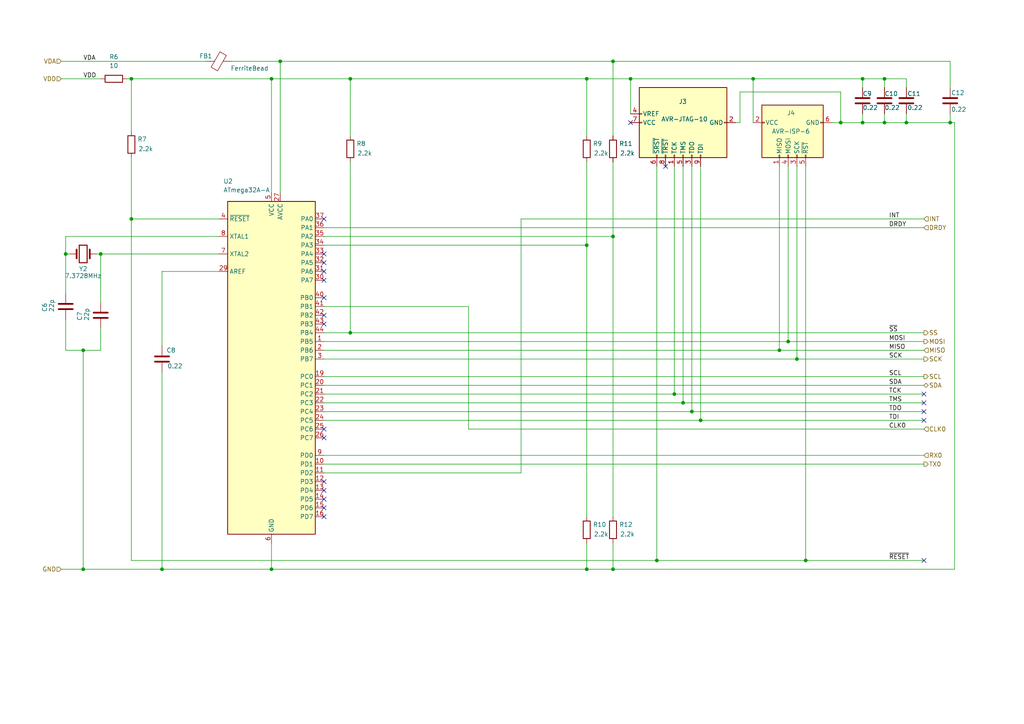
<source format=kicad_sch>
(kicad_sch (version 20250114) (generator "eeschema") (generator_version "9.0")
  (paper "A4")
  (lib_symbols
    (symbol "Connector:AVR-ISP-6" (pin_names (offset 1.016))
      (property "Reference" "J" (at -6.35 11.43 0))
      (property "Value" "AVR-ISP-6" (at 0 11.43 0))
      (symbol "AVR-ISP-6_0_1"
        (rectangle (start -2.667 10.16) (end -2.413 9.398))
        (rectangle (start -2.667 -6.858) (end -2.413 -7.62))
        (rectangle (start 7.62 10.16) (end -7.62 -7.62) (stroke (width 0.254)) (fill (type background)))
        (rectangle (start 7.62 5.207) (end 6.858 4.953))
        (rectangle (start 7.62 2.667) (end 6.858 2.413))
        (rectangle (start 7.62 0.127) (end 6.858 -0.127))
        (rectangle (start 7.62 -2.413) (end 6.858 -2.667))
      )
      (symbol "AVR-ISP-6_1_1"
        (pin passive line (at -2.54 12.7 270) (length 2.54) (name "VCC") (number "2"))
        (pin passive line (at -2.54 -10.16 90) (length 2.54) (name "GND") (number "6"))
        (pin passive line (at 10.16 5.08 180) (length 2.54) (name "MISO") (number "1"))
        (pin passive line (at 10.16 2.54 180) (length 2.54) (name "MOSI") (number "4"))
        (pin passive line (at 10.16 0 180) (length 2.54) (name "SCK") (number "3"))
        (pin passive line (at 10.16 -2.54 180) (length 2.54) (name "~{RST}") (number "5"))
      )
    )
    (symbol "Connector:AVR-JTAG-10" (pin_names (offset 1.016))
      (property "Reference" "J" (at -8.89 13.97 0))
      (property "Value" "AVR-JTAG-10" (at 1.27 13.97 0))
      (symbol "AVR-JTAG-10_0_1"
        (rectangle (start -2.667 12.7) (end -2.413 11.938))
        (rectangle (start -0.127 12.7) (end 0.127 11.938))
        (rectangle (start -0.127 -11.938) (end 0.127 -12.7))
        (rectangle (start 10.16 12.7) (end -10.16 -12.7) (stroke (width 0.254)) (fill (type background)))
        (rectangle (start 10.16 7.747) (end 9.398 7.493))
        (rectangle (start 10.16 5.207) (end 9.398 4.953))
        (rectangle (start 10.16 2.667) (end 9.398 2.413))
        (rectangle (start 10.16 0.127) (end 9.398 -0.127))
        (rectangle (start 10.16 -2.413) (end 9.398 -2.667))
        (rectangle (start 10.16 -4.953) (end 9.398 -5.207))
      )
      (symbol "AVR-JTAG-10_1_1"
        (pin passive line (at -2.54 15.24 270) (length 2.54) (name "VREF") (number "4"))
        (pin passive line (at 0 15.24 270) (length 2.54) (name "VCC") (number "7"))
        (pin passive line (at 0 -15.24 90) (length 2.54) (hide yes) (name "GND") (number "10"))
        (pin passive line (at 0 -15.24 90) (length 2.54) (name "GND") (number "2"))
        (pin passive line (at 12.7 7.62 180) (length 2.54) (name "~{SRST}") (number "6"))
        (pin passive line (at 12.7 5.08 180) (length 2.54) (name "~{TRST}") (number "8"))
        (pin passive line (at 12.7 2.54 180) (length 2.54) (name "TCK") (number "1"))
        (pin passive line (at 12.7 0 180) (length 2.54) (name "TMS") (number "5"))
        (pin passive line (at 12.7 -2.54 180) (length 2.54) (name "TDO") (number "3"))
        (pin passive line (at 12.7 -5.08 180) (length 2.54) (name "TDI") (number "9"))
      )
    )
    (symbol "Device:C" (pin_numbers (hide yes)) (pin_names (offset 0.254))
      (property "Reference" "C" (at 0.635 2.54 0))
      (property "Value" "C" (at 0.635 -2.54 0))
      (symbol "C_0_1"
        (polyline (pts (xy -2.032 0.762) (xy 2.032 0.762)) (stroke (width 0.508)))
        (polyline (pts (xy -2.032 -0.762) (xy 2.032 -0.762)) (stroke (width 0.508)))
      )
      (symbol "C_1_1"
        (pin passive line (at 0 3.81 270) (length 2.794) (name "~") (number "1"))
        (pin passive line (at 0 -3.81 90) (length 2.794) (name "~") (number "2"))
      )
    )
    (symbol "Device:Crystal" (pin_numbers (hide yes)) (pin_names (offset 1.016) (hide yes))
      (property "Reference" "Y" (at 0 3.81 0))
      (property "Value" "Crystal" (at 0 -3.81 0))
      (symbol "Crystal_0_1"
        (polyline (pts (xy -2.54 0) (xy -1.905 0)))
        (polyline (pts (xy -1.905 -1.27) (xy -1.905 1.27)) (stroke (width 0.508)))
        (rectangle (start -1.143 2.54) (end 1.143 -2.54) (stroke (width 0.3048)))
        (polyline (pts (xy 1.905 -1.27) (xy 1.905 1.27)) (stroke (width 0.508)))
        (polyline (pts (xy 2.54 0) (xy 1.905 0)))
      )
      (symbol "Crystal_1_1"
        (pin passive line (at -3.81 0 0) (length 1.27) (name "1") (number "1"))
        (pin passive line (at 3.81 0 180) (length 1.27) (name "2") (number "2"))
      )
    )
    (symbol "Device:FerriteBead" (pin_numbers (hide yes)) (pin_names (offset 0))
      (property "Reference" "FB" (at -3.81 0.635 90))
      (property "Value" "FerriteBead" (at 3.81 0 90))
      (symbol "FerriteBead_0_1"
        (polyline (pts (xy -2.7686 0.4064) (xy -1.7018 2.2606) (xy 2.7686 -0.3048) (xy 1.6764 -2.159) (xy -2.7686 0.4064)))
        (polyline (pts (xy 0 1.27) (xy 0 1.2954)))
        (polyline (pts (xy 0 -1.27) (xy 0 -1.2192)))
      )
      (symbol "FerriteBead_1_1"
        (pin passive line (at 0 3.81 270) (length 2.54) (name "~") (number "1"))
        (pin passive line (at 0 -3.81 90) (length 2.54) (name "~") (number "2"))
      )
    )
    (symbol "Device:R" (pin_numbers (hide yes)) (pin_names (offset 0))
      (property "Reference" "R" (at 2.032 0 90))
      (property "Value" "R" (at 0 0 90))
      (symbol "R_0_1"
        (rectangle (start -1.016 -2.54) (end 1.016 2.54) (stroke (width 0.254)))
      )
      (symbol "R_1_1"
        (pin passive line (at 0 3.81 270) (length 1.27) (name "~") (number "1"))
        (pin passive line (at 0 -3.81 90) (length 1.27) (name "~") (number "2"))
      )
    )
    (symbol "MCU_Microchip_ATmega:ATmega32A-A"
      (property "Reference" "U" (at -12.7 49.53 0))
      (property "Value" "ATmega32A-A" (at 2.54 -49.53 0))
      (symbol "ATmega32A-A_0_1"
        (rectangle (start -12.7 -48.26) (end 12.7 48.26) (stroke (width 0.254)) (fill (type background)))
      )
      (symbol "ATmega32A-A_1_1"
        (pin input line (at -15.24 43.18 0) (length 2.54) (name "~{RESET}") (number "4"))
        (pin input line (at -15.24 38.1 0) (length 2.54) (name "XTAL1") (number "8"))
        (pin output line (at -15.24 33.02 0) (length 2.54) (name "XTAL2") (number "7"))
        (pin passive line (at -15.24 27.94 0) (length 2.54) (name "AREF") (number "29"))
        (pin passive line (at 0 50.8 270) (length 2.54) (hide yes) (name "VCC") (number "17"))
        (pin passive line (at 0 50.8 270) (length 2.54) (hide yes) (name "VCC") (number "38"))
        (pin power_in line (at 0 50.8 270) (length 2.54) (name "VCC") (number "5"))
        (pin passive line (at 0 -50.8 90) (length 2.54) (hide yes) (name "GND") (number "18"))
        (pin passive line (at 0 -50.8 90) (length 2.54) (hide yes) (name "GND") (number "28"))
        (pin passive line (at 0 -50.8 90) (length 2.54) (hide yes) (name "GND") (number "39"))
        (pin power_in line (at 0 -50.8 90) (length 2.54) (name "GND") (number "6"))
        (pin power_in line (at 2.54 50.8 270) (length 2.54) (name "AVCC") (number "27"))
        (pin bidirectional line (at 15.24 43.18 180) (length 2.54) (name "PA0") (number "37"))
        (pin bidirectional line (at 15.24 40.64 180) (length 2.54) (name "PA1") (number "36"))
        (pin bidirectional line (at 15.24 38.1 180) (length 2.54) (name "PA2") (number "35"))
        (pin bidirectional line (at 15.24 35.56 180) (length 2.54) (name "PA3") (number "34"))
        (pin bidirectional line (at 15.24 33.02 180) (length 2.54) (name "PA4") (number "33"))
        (pin bidirectional line (at 15.24 30.48 180) (length 2.54) (name "PA5") (number "32"))
        (pin bidirectional line (at 15.24 27.94 180) (length 2.54) (name "PA6") (number "31"))
        (pin bidirectional line (at 15.24 25.4 180) (length 2.54) (name "PA7") (number "30"))
        (pin bidirectional line (at 15.24 20.32 180) (length 2.54) (name "PB0") (number "40"))
        (pin bidirectional line (at 15.24 17.78 180) (length 2.54) (name "PB1") (number "41"))
        (pin bidirectional line (at 15.24 15.24 180) (length 2.54) (name "PB2") (number "42"))
        (pin bidirectional line (at 15.24 12.7 180) (length 2.54) (name "PB3") (number "43"))
        (pin bidirectional line (at 15.24 10.16 180) (length 2.54) (name "PB4") (number "44"))
        (pin bidirectional line (at 15.24 7.62 180) (length 2.54) (name "PB5") (number "1"))
        (pin bidirectional line (at 15.24 5.08 180) (length 2.54) (name "PB6") (number "2"))
        (pin bidirectional line (at 15.24 2.54 180) (length 2.54) (name "PB7") (number "3"))
        (pin bidirectional line (at 15.24 -2.54 180) (length 2.54) (name "PC0") (number "19"))
        (pin bidirectional line (at 15.24 -5.08 180) (length 2.54) (name "PC1") (number "20"))
        (pin bidirectional line (at 15.24 -7.62 180) (length 2.54) (name "PC2") (number "21"))
        (pin bidirectional line (at 15.24 -10.16 180) (length 2.54) (name "PC3") (number "22"))
        (pin bidirectional line (at 15.24 -12.7 180) (length 2.54) (name "PC4") (number "23"))
        (pin bidirectional line (at 15.24 -15.24 180) (length 2.54) (name "PC5") (number "24"))
        (pin bidirectional line (at 15.24 -17.78 180) (length 2.54) (name "PC6") (number "25"))
        (pin bidirectional line (at 15.24 -20.32 180) (length 2.54) (name "PC7") (number "26"))
        (pin bidirectional line (at 15.24 -25.4 180) (length 2.54) (name "PD0") (number "9"))
        (pin bidirectional line (at 15.24 -27.94 180) (length 2.54) (name "PD1") (number "10"))
        (pin bidirectional line (at 15.24 -30.48 180) (length 2.54) (name "PD2") (number "11"))
        (pin bidirectional line (at 15.24 -33.02 180) (length 2.54) (name "PD3") (number "12"))
        (pin bidirectional line (at 15.24 -35.56 180) (length 2.54) (name "PD4") (number "13"))
        (pin bidirectional line (at 15.24 -38.1 180) (length 2.54) (name "PD5") (number "14"))
        (pin bidirectional line (at 15.24 -40.64 180) (length 2.54) (name "PD6") (number "15"))
        (pin bidirectional line (at 15.24 -43.18 180) (length 2.54) (name "PD7") (number "16"))
      )
    )
  )
  (junction (at 177.8 68.58))
  (junction (at 101.6 96.52))
  (junction (at 195.58 114.3))
  (junction (at 19.05 73.66))
  (junction (at 38.1 63.5))
  (junction (at 78.74 165.1))
  (junction (at 203.2 121.92))
  (junction (at 256.54 22.86))
  (junction (at 78.74 22.86))
  (junction (at 218.44 22.86))
  (junction (at 101.6 22.86))
  (junction (at 177.8 17.78))
  (junction (at 177.8 165.1))
  (junction (at 170.18 71.12))
  (junction (at 226.06 101.6))
  (junction (at 262.89 35.56))
  (junction (at 243.84 35.56))
  (junction (at 231.14 104.14))
  (junction (at 170.18 165.1))
  (junction (at 200.66 119.38))
  (junction (at 198.12 116.84))
  (junction (at 182.88 22.86))
  (junction (at 81.28 17.78))
  (junction (at 250.19 22.86))
  (junction (at 46.99 165.1))
  (junction (at 233.68 162.56))
  (junction (at 29.21 73.66))
  (junction (at 190.5 162.56))
  (junction (at 24.13 165.1))
  (junction (at 170.18 22.86))
  (junction (at 24.13 101.6))
  (junction (at 228.6 99.06))
  (junction (at 250.19 35.56))
  (junction (at 256.54 35.56))
  (junction (at 38.1 22.86))
  (junction (at 275.59 35.56))
  (no_connect (at 93.98 127))
  (no_connect (at 93.98 144.78))
  (no_connect (at 267.97 162.56))
  (no_connect (at 93.98 63.5))
  (no_connect (at 182.88 35.56))
  (no_connect (at 93.98 93.98))
  (no_connect (at 93.98 147.32))
  (no_connect (at 93.98 124.46))
  (no_connect (at 93.98 139.7))
  (no_connect (at 93.98 91.44))
  (no_connect (at 93.98 142.24))
  (no_connect (at 93.98 76.2))
  (no_connect (at 193.04 48.26))
  (no_connect (at 93.98 73.66))
  (no_connect (at 93.98 78.74))
  (no_connect (at 267.97 116.84))
  (no_connect (at 93.98 86.36))
  (no_connect (at 93.98 81.28))
  (no_connect (at 93.98 149.86))
  (no_connect (at 267.97 114.3))
  (no_connect (at 267.97 121.92))
  (no_connect (at 267.97 119.38))
  (wire (pts (xy 203.2 48.26) (xy 203.2 121.92)))
  (wire (pts (xy 101.6 46.99) (xy 101.6 96.52)))
  (wire (pts (xy 93.98 134.62) (xy 267.97 134.62)))
  (wire (pts (xy 93.98 99.06) (xy 228.6 99.06)))
  (wire (pts (xy 170.18 22.86) (xy 182.88 22.86)))
  (wire (pts (xy 228.6 48.26) (xy 228.6 99.06)))
  (wire (pts (xy 19.05 101.6) (xy 24.13 101.6)))
  (wire (pts (xy 231.14 48.26) (xy 231.14 104.14)))
  (wire (pts (xy 93.98 66.04) (xy 267.97 66.04)))
  (wire (pts (xy 262.89 22.86) (xy 262.89 25.4)))
  (wire (pts (xy 38.1 63.5) (xy 38.1 162.56)))
  (wire (pts (xy 182.88 22.86) (xy 218.44 22.86)))
  (wire (pts (xy 93.98 68.58) (xy 177.8 68.58)))
  (wire (pts (xy 29.21 73.66) (xy 29.21 87.63)))
  (wire (pts (xy 24.13 101.6) (xy 29.21 101.6)))
  (wire (pts (xy 93.98 121.92) (xy 203.2 121.92)))
  (wire (pts (xy 135.89 124.46) (xy 135.89 88.9)))
  (wire (pts (xy 177.8 46.99) (xy 177.8 68.58)))
  (wire (pts (xy 228.6 99.06) (xy 267.97 99.06)))
  (wire (pts (xy 151.13 63.5) (xy 267.97 63.5)))
  (wire (pts (xy 275.59 25.4) (xy 275.59 17.78)))
  (wire (pts (xy 93.98 71.12) (xy 170.18 71.12)))
  (wire (pts (xy 250.19 22.86) (xy 256.54 22.86)))
  (wire (pts (xy 93.98 104.14) (xy 231.14 104.14)))
  (wire (pts (xy 262.89 33.02) (xy 262.89 35.56)))
  (wire (pts (xy 170.18 165.1) (xy 177.8 165.1)))
  (wire (pts (xy 218.44 22.86) (xy 250.19 22.86)))
  (wire (pts (xy 46.99 107.95) (xy 46.99 165.1)))
  (wire (pts (xy 24.13 101.6) (xy 24.13 165.1)))
  (wire (pts (xy 177.8 157.48) (xy 177.8 165.1)))
  (wire (pts (xy 214.63 26.67) (xy 214.63 35.56)))
  (wire (pts (xy 170.18 22.86) (xy 170.18 39.37)))
  (wire (pts (xy 101.6 96.52) (xy 267.97 96.52)))
  (wire (pts (xy 135.89 124.46) (xy 267.97 124.46)))
  (wire (pts (xy 46.99 78.74) (xy 46.99 100.33)))
  (wire (pts (xy 218.44 35.56) (xy 218.44 22.86)))
  (wire (pts (xy 36.83 22.86) (xy 38.1 22.86)))
  (wire (pts (xy 190.5 48.26) (xy 190.5 162.56)))
  (wire (pts (xy 177.8 68.58) (xy 177.8 149.86)))
  (wire (pts (xy 262.89 35.56) (xy 275.59 35.56)))
  (wire (pts (xy 195.58 114.3) (xy 267.97 114.3)))
  (wire (pts (xy 243.84 35.56) (xy 250.19 35.56)))
  (wire (pts (xy 93.98 119.38) (xy 200.66 119.38)))
  (wire (pts (xy 226.06 48.26) (xy 226.06 101.6)))
  (wire (pts (xy 135.89 88.9) (xy 93.98 88.9)))
  (wire (pts (xy 170.18 71.12) (xy 170.18 149.86)))
  (wire (pts (xy 19.05 68.58) (xy 63.5 68.58)))
  (wire (pts (xy 38.1 162.56) (xy 190.5 162.56)))
  (wire (pts (xy 200.66 48.26) (xy 200.66 119.38)))
  (wire (pts (xy 93.98 114.3) (xy 195.58 114.3)))
  (wire (pts (xy 46.99 165.1) (xy 78.74 165.1)))
  (wire (pts (xy 203.2 121.92) (xy 267.97 121.92)))
  (wire (pts (xy 93.98 111.76) (xy 267.97 111.76)))
  (wire (pts (xy 233.68 48.26) (xy 233.68 162.56)))
  (wire (pts (xy 101.6 22.86) (xy 101.6 39.37)))
  (wire (pts (xy 17.78 17.78) (xy 59.69 17.78)))
  (wire (pts (xy 214.63 35.56) (xy 213.36 35.56)))
  (wire (pts (xy 250.19 33.02) (xy 250.19 35.56)))
  (wire (pts (xy 250.19 22.86) (xy 250.19 25.4)))
  (wire (pts (xy 24.13 165.1) (xy 46.99 165.1)))
  (wire (pts (xy 276.86 35.56) (xy 275.59 35.56)))
  (wire (pts (xy 93.98 101.6) (xy 226.06 101.6)))
  (wire (pts (xy 233.68 162.56) (xy 267.97 162.56)))
  (wire (pts (xy 151.13 63.5) (xy 151.13 137.16)))
  (wire (pts (xy 177.8 165.1) (xy 276.86 165.1)))
  (wire (pts (xy 29.21 95.25) (xy 29.21 101.6)))
  (wire (pts (xy 243.84 35.56) (xy 243.84 26.67)))
  (wire (pts (xy 20.32 73.66) (xy 19.05 73.66)))
  (wire (pts (xy 101.6 22.86) (xy 170.18 22.86)))
  (wire (pts (xy 256.54 22.86) (xy 262.89 22.86)))
  (wire (pts (xy 19.05 68.58) (xy 19.05 73.66)))
  (wire (pts (xy 27.94 73.66) (xy 29.21 73.66)))
  (wire (pts (xy 93.98 96.52) (xy 101.6 96.52)))
  (wire (pts (xy 241.3 35.56) (xy 243.84 35.56)))
  (wire (pts (xy 170.18 46.99) (xy 170.18 71.12)))
  (wire (pts (xy 93.98 116.84) (xy 198.12 116.84)))
  (wire (pts (xy 170.18 157.48) (xy 170.18 165.1)))
  (wire (pts (xy 78.74 165.1) (xy 170.18 165.1)))
  (wire (pts (xy 177.8 17.78) (xy 177.8 39.37)))
  (wire (pts (xy 93.98 132.08) (xy 267.97 132.08)))
  (wire (pts (xy 81.28 17.78) (xy 81.28 55.88)))
  (wire (pts (xy 256.54 25.4) (xy 256.54 22.86)))
  (wire (pts (xy 231.14 104.14) (xy 267.97 104.14)))
  (wire (pts (xy 19.05 92.71) (xy 19.05 101.6)))
  (wire (pts (xy 78.74 22.86) (xy 78.74 55.88)))
  (wire (pts (xy 81.28 17.78) (xy 177.8 17.78)))
  (wire (pts (xy 198.12 116.84) (xy 267.97 116.84)))
  (wire (pts (xy 78.74 157.48) (xy 78.74 165.1)))
  (wire (pts (xy 63.5 78.74) (xy 46.99 78.74)))
  (wire (pts (xy 275.59 33.02) (xy 275.59 35.56)))
  (wire (pts (xy 17.78 165.1) (xy 24.13 165.1)))
  (wire (pts (xy 200.66 119.38) (xy 267.97 119.38)))
  (wire (pts (xy 67.31 17.78) (xy 81.28 17.78)))
  (wire (pts (xy 38.1 45.72) (xy 38.1 63.5)))
  (wire (pts (xy 250.19 35.56) (xy 256.54 35.56)))
  (wire (pts (xy 93.98 109.22) (xy 267.97 109.22)))
  (wire (pts (xy 243.84 26.67) (xy 214.63 26.67)))
  (wire (pts (xy 226.06 101.6) (xy 267.97 101.6)))
  (wire (pts (xy 17.78 22.86) (xy 29.21 22.86)))
  (wire (pts (xy 38.1 63.5) (xy 63.5 63.5)))
  (wire (pts (xy 195.58 48.26) (xy 195.58 114.3)))
  (wire (pts (xy 182.88 22.86) (xy 182.88 33.02)))
  (wire (pts (xy 198.12 48.26) (xy 198.12 116.84)))
  (wire (pts (xy 29.21 73.66) (xy 63.5 73.66)))
  (wire (pts (xy 190.5 162.56) (xy 233.68 162.56)))
  (wire (pts (xy 19.05 73.66) (xy 19.05 85.09)))
  (wire (pts (xy 38.1 22.86) (xy 78.74 22.86)))
  (wire (pts (xy 38.1 22.86) (xy 38.1 38.1)))
  (wire (pts (xy 93.98 137.16) (xy 151.13 137.16)))
  (wire (pts (xy 256.54 35.56) (xy 262.89 35.56)))
  (wire (pts (xy 276.86 35.56) (xy 276.86 165.1)))
  (wire (pts (xy 177.8 17.78) (xy 275.59 17.78)))
  (wire (pts (xy 256.54 33.02) (xy 256.54 35.56)))
  (wire (pts (xy 78.74 22.86) (xy 101.6 22.86)))
  (label "TMS" (at 257.81 116.84 0))
  (label "MOSI" (at 257.81 99.06 0))
  (label "SDA" (at 257.81 111.76 0))
  (label "VDD" (at 24.13 22.86 0))
  (label "TDI" (at 257.81 121.92 0))
  (label "~{SS}" (at 257.81 96.52 0))
  (label "TCK" (at 257.81 114.3 0))
  (label "MISO" (at 257.81 101.6 0))
  (label "~{RESET}" (at 257.81 162.56 0))
  (label "INT" (at 257.81 63.5 0))
  (label "SCK" (at 257.81 104.14 0))
  (label "CLK0" (at 257.81 124.46 0))
  (label "VDA" (at 24.13 17.78 0))
  (label "TDO" (at 257.81 119.38 0))
  (label "SCL" (at 257.81 109.22 0))
  (label "DRDY" (at 257.81 66.04 0))
  (hierarchical_label "SDA" (shape bidirectional) (at 267.97 111.76 0))
  (hierarchical_label "RX0" (shape input) (at 267.97 132.08 0))
  (hierarchical_label "CLK0" (shape input) (at 267.97 124.46 0))
  (hierarchical_label "VDD" (shape input) (at 17.78 22.86 180))
  (hierarchical_label "MISO" (shape input) (at 267.97 101.6 0))
  (hierarchical_label "DRDY" (shape input) (at 267.97 66.04 0))
  (hierarchical_label "MOSI " (shape output) (at 267.97 99.06 0))
  (hierarchical_label "SCK" (shape output) (at 267.97 104.14 0))
  (hierarchical_label "TX0" (shape output) (at 267.97 134.62 0))
  (hierarchical_label "SCL" (shape output) (at 267.97 109.22 0))
  (hierarchical_label "SS" (shape output) (at 267.97 96.52 0))
  (hierarchical_label "INT" (shape input) (at 267.97 63.5 0))
  (hierarchical_label "GND" (shape input) (at 17.78 165.1 180))
  (hierarchical_label "VDA" (shape input) (at 17.78 17.78 180))
  (symbol (lib_id "Device:C") (at 29.21 91.44 0) (unit 1)
    (property "Reference" "C7" (at 23.114 91.694 90))
    (property "Value" "22p" (at 25.146 91.186 90))
    (property "Footprint" "Capacitor_SMD:C_0805_2012Metric" (effects (hide yes)))
    (property "Description" "Unpolarized capacitor" (effects (hide yes)))
  )
  (symbol (lib_id "Device:Crystal") (at 24.13 73.66 0) (unit 1)
    (property "Reference" "Y2" (at 24.13 77.978 0))
    (property "Value" "7.3728MHz" (at 24.13 80.01 0))
    (property "Footprint" "Crystal:Crystal_SMD_EuroQuartz_EQ161-2Pin_3.2x1.5mm" (effects (hide yes)))
    (property "Description" "smd 3.2x1.5мм" (effects (hide yes)))
  )
  (symbol (lib_id "Device:R") (at 101.6 43.18 0) (unit 1)
    (property "Reference" "R8" (at 103.378 41.656 0) (effects (justify left)))
    (property "Value" "2.2k" (at 103.632 44.45 0) (effects (justify left)))
    (property "Footprint" "Resistor_SMD:R_0805_2012Metric" (effects (hide yes)))
    (property "Description" "Resistor" (effects (hide yes)))
  )
  (symbol (lib_id "Device:R") (at 177.8 153.67 0) (unit 1)
    (property "Reference" "R12" (at 179.578 152.146 0) (effects (justify left)))
    (property "Value" "2.2k" (at 179.832 154.94 0) (effects (justify left)))
    (property "Footprint" "Resistor_SMD:R_0805_2012Metric" (effects (hide yes)))
    (property "Description" "Resistor" (effects (hide yes)))
  )
  (symbol (lib_id "Device:R") (at 177.8 43.18 0) (unit 1)
    (property "Reference" "R11" (at 179.578 41.656 0) (effects (justify left)))
    (property "Value" "2.2k" (at 179.832 44.45 0) (effects (justify left)))
    (property "Footprint" "Resistor_SMD:R_0805_2012Metric" (effects (hide yes)))
    (property "Description" "Resistor" (effects (hide yes)))
  )
  (symbol (lib_id "Device:C") (at 262.89 29.21 180) (unit 1)
    (property "Reference" "C11" (at 263.144 27.178 0) (effects (justify right)))
    (property "Value" "0.22" (at 263.144 31.242 0) (effects (justify right)))
    (property "Footprint" "Capacitor_SMD:C_0805_2012Metric" (effects (hide yes)))
    (property "Description" "Unpolarized capacitor" (effects (hide yes)))
  )
  (symbol (lib_id "MCU_Microchip_ATmega:ATmega32A-A") (at 78.74 106.68 0) (unit 1)
    (property "Reference" "U2" (at 64.77 52.578 0) (effects (justify left)))
    (property "Value" "ATmega32A-A" (at 64.77 55.118 0) (effects (justify left)))
    (property "Footprint" "Package_QFP:TQFP-44_10x10mm_P0.8mm" (effects (hide yes)))
    (property "Datasheet" "http://ww1.microchip.com/downloads/en/DeviceDoc/atmel-8155-8-bit-microcontroller-avr-atmega32a_datasheet.pdf" (effects (hide yes)))
    (property "Description" "16MHz, 32kB Flash, 2kB SRAM, 1kB EEPROM, JTAG, TQFP-44" (effects (hide yes)))
  )
  (symbol (lib_id "Device:C") (at 275.59 29.21 0) (unit 1)
    (property "Reference" "C12" (at 275.844 26.924 0) (effects (justify left)))
    (property "Value" "0.22" (at 275.844 31.75 0) (effects (justify left)))
    (property "Footprint" "Capacitor_SMD:C_0805_2012Metric" (effects (hide yes)))
    (property "Description" "Unpolarized capacitor" (effects (hide yes)))
  )
  (symbol (lib_id "Connector:AVR-JTAG-10") (at 198.12 35.56 90) (mirror x) (unit 1)
    (property "Reference" "J3" (at 196.85 29.464 90) (effects (justify right)))
    (property "Value" "AVR-JTAG-10" (at 191.77 34.544 90) (effects (justify right)))
    (property "Footprint" "Connector_PinHeader_2.54mm:PinHeader_2x05_P2.54mm_Vertical" (effects (hide yes)))
    (property "Description" "Atmel 10-pin JTAG connector" (effects (hide yes)))
  )
  (symbol (lib_id "Device:R") (at 170.18 153.67 0) (unit 1)
    (property "Reference" "R10" (at 171.958 152.146 0) (effects (justify left)))
    (property "Value" "2.2k" (at 172.212 154.94 0) (effects (justify left)))
    (property "Footprint" "Resistor_SMD:R_0805_2012Metric" (effects (hide yes)))
    (property "Description" "Resistor" (effects (hide yes)))
  )
  (symbol (lib_id "Connector:AVR-ISP-6") (at 231.14 38.1 90) (mirror x) (unit 1)
    (property "Reference" "J4" (at 230.632 32.766 90) (effects (justify left)))
    (property "Value" "AVR-ISP-6" (at 234.95 38.1 90) (effects (justify left)))
    (property "Footprint" "Connector_PinHeader_2.54mm:PinHeader_2x03_P2.54mm_Vertical" (effects (hide yes)))
    (property "Description" "Atmel 6-pin ISP connector" (effects (hide yes)))
  )
  (symbol (lib_id "Device:C") (at 256.54 29.21 180) (unit 1)
    (property "Reference" "C10" (at 256.54 27.178 0) (effects (justify right)))
    (property "Value" "0.22" (at 256.54 31.242 0) (effects (justify right)))
    (property "Footprint" "Capacitor_SMD:C_0805_2012Metric" (effects (hide yes)))
    (property "Description" "Unpolarized capacitor" (effects (hide yes)))
  )
  (symbol (lib_id "Device:C") (at 250.19 29.21 180) (unit 1)
    (property "Reference" "C9" (at 250.19 27.178 0) (effects (justify right)))
    (property "Value" "0.22" (at 250.19 31.242 0) (effects (justify right)))
    (property "Footprint" "Capacitor_SMD:C_0805_2012Metric" (effects (hide yes)))
    (property "Description" "Unpolarized capacitor" (effects (hide yes)))
  )
  (symbol (lib_id "Device:R") (at 38.1 41.91 0) (unit 1)
    (property "Reference" "R7" (at 39.878 40.386 0) (effects (justify left)))
    (property "Value" "2.2k" (at 40.132 43.18 0) (effects (justify left)))
    (property "Footprint" "Resistor_SMD:R_0805_2012Metric" (effects (hide yes)))
    (property "Description" "Resistor" (effects (hide yes)))
  )
  (symbol (lib_id "Device:C") (at 46.99 104.14 180) (unit 1)
    (property "Reference" "C8" (at 48.26 101.6 0) (effects (justify right)))
    (property "Value" "0.22" (at 48.514 106.172 0) (effects (justify right)))
    (property "Footprint" "Capacitor_SMD:C_0805_2012Metric" (effects (hide yes)))
    (property "Description" "Unpolarized capacitor" (effects (hide yes)))
  )
  (symbol (lib_id "Device:FerriteBead") (at 63.5 17.78 90) (unit 1)
    (property "Reference" "FB1" (at 59.69 16.256 90))
    (property "Value" "FerriteBead" (at 72.39 19.812 90))
    (property "Footprint" "Inductor_SMD:L_0805_2012Metric" (effects (hide yes)))
    (property "Description" "Ferrite bead" (effects (hide yes)))
  )
  (symbol (lib_id "Device:R") (at 170.18 43.18 0) (unit 1)
    (property "Reference" "R9" (at 171.958 41.656 0) (effects (justify left)))
    (property "Value" "2.2k" (at 172.212 44.45 0) (effects (justify left)))
    (property "Footprint" "Resistor_SMD:R_0805_2012Metric" (effects (hide yes)))
    (property "Description" "Resistor" (effects (hide yes)))
  )
  (symbol (lib_id "Device:C") (at 19.05 88.9 0) (unit 1)
    (property "Reference" "C6" (at 12.954 89.154 90))
    (property "Value" "22p" (at 14.986 88.646 90))
    (property "Footprint" "Capacitor_SMD:C_0805_2012Metric" (effects (hide yes)))
    (property "Description" "Unpolarized capacitor" (effects (hide yes)))
  )
  (symbol (lib_id "Device:R") (at 33.02 22.86 90) (unit 1)
    (property "Reference" "R6" (at 33.02 16.51 90))
    (property "Value" "10" (at 33.02 19.05 90))
    (property "Footprint" "Resistor_SMD:R_0805_2012Metric" (effects (hide yes)))
    (property "Description" "Resistor" (effects (hide yes)))
  )
)
</source>
